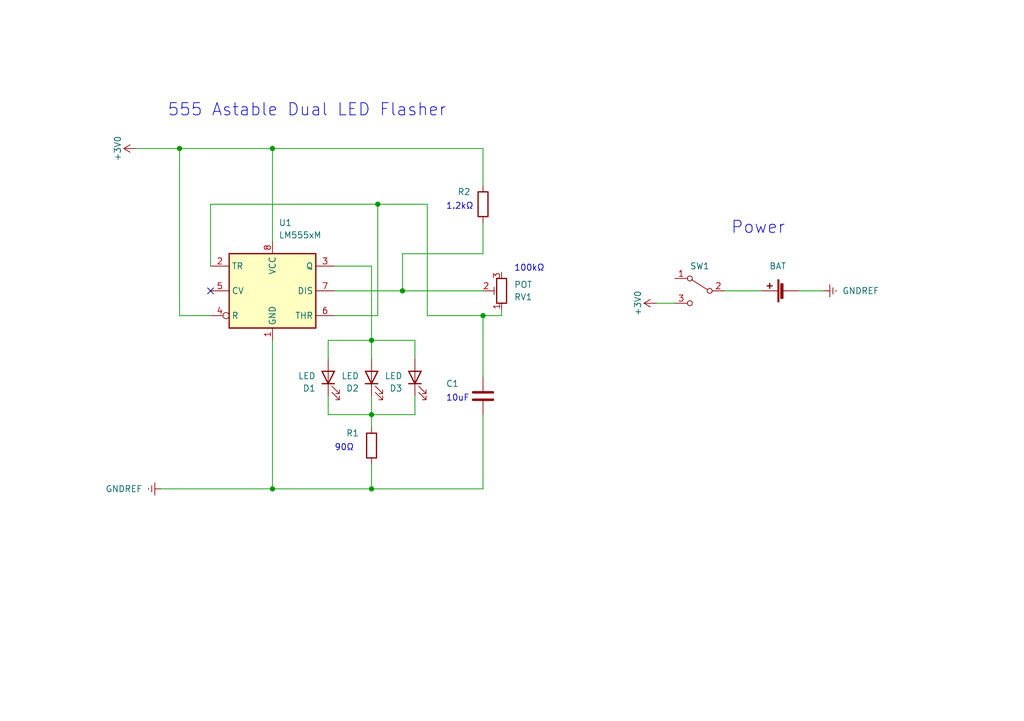
<source format=kicad_sch>
(kicad_sch (version 20230121) (generator eeschema)
  (paper "A5")
  (title_block (title "Plane 555 Astable Dual LED Flasher ") (date "2024-09-17") (company "Angelina Tsuboi"))
  (lib_symbols
    (symbol "Device:Battery_Cell" (pin_numbers hide) (pin_names (offset 0) hide)
      (property "Reference" "BT" (at 2.54 2.54 0))
      (property "Value" "Battery_Cell" (at 2.54 0 0))
      (symbol "Battery_Cell_0_1"
        (rectangle (start -2.286 1.778) (end 2.286 1.524) (fill (type outline)))
        (rectangle (start -1.5748 1.1938) (end 1.4732 0.6858) (fill (type outline)))
        (polyline (pts (xy 0 0.762) (xy 0 0)))
        (polyline (pts (xy 0 1.778) (xy 0 2.54)))
        (polyline (pts (xy 0.508 3.429) (xy 1.524 3.429)) (stroke (width 0.254)))
        (polyline (pts (xy 1.016 3.937) (xy 1.016 2.921)) (stroke (width 0.254)))
      )
      (symbol "Battery_Cell_1_1"
        (pin passive line (at 0 5.08 270) (length 2.54) (name "+") (number "1"))
        (pin passive line (at 0 -2.54 90) (length 2.54) (name "-") (number "2"))
      )
    )
    (symbol "Device:C" (pin_numbers hide) (pin_names (offset 0.254))
      (property "Reference" "C" (at 0.635 2.54 0))
      (property "Value" "C" (at 0.635 -2.54 0))
      (symbol "C_0_1"
        (polyline (pts (xy -2.032 -0.762) (xy 2.032 -0.762)) (stroke (width 0.508)))
        (polyline (pts (xy -2.032 0.762) (xy 2.032 0.762)) (stroke (width 0.508)))
      )
      (symbol "C_1_1"
        (pin passive line (at 0 3.81 270) (length 2.794) (name "~") (number "1"))
        (pin passive line (at 0 -3.81 90) (length 2.794) (name "~") (number "2"))
      )
    )
    (symbol "Device:LED" (pin_numbers hide) (pin_names (offset 1.016) hide)
      (property "Reference" "D" (at 0 2.54 0))
      (property "Value" "LED" (at 0 -2.54 0))
      (symbol "LED_0_1"
        (polyline (pts (xy -1.27 -1.27) (xy -1.27 1.27)) (stroke (width 0.254)))
        (polyline (pts (xy -1.27 0) (xy 1.27 0)))
        (polyline (pts (xy 1.27 -1.27) (xy 1.27 1.27) (xy -1.27 0) (xy 1.27 -1.27)) (stroke (width 0.254)))
        (polyline (pts (xy -3.048 -0.762) (xy -4.572 -2.286) (xy -3.81 -2.286) (xy -4.572 -2.286) (xy -4.572 -1.524)))
        (polyline (pts (xy -1.778 -0.762) (xy -3.302 -2.286) (xy -2.54 -2.286) (xy -3.302 -2.286) (xy -3.302 -1.524)))
      )
      (symbol "LED_1_1"
        (pin passive line (at -3.81 0 0) (length 2.54) (name "K") (number "1"))
        (pin passive line (at 3.81 0 180) (length 2.54) (name "A") (number "2"))
      )
    )
    (symbol "Device:R" (pin_numbers hide) (pin_names (offset 0))
      (property "Reference" "R" (at 2.032 0 90))
      (property "Value" "R" (at 0 0 90))
      (symbol "R_0_1"
        (rectangle (start -1.016 -2.54) (end 1.016 2.54) (stroke (width 0.254)))
      )
      (symbol "R_1_1"
        (pin passive line (at 0 3.81 270) (length 1.27) (name "~") (number "1"))
        (pin passive line (at 0 -3.81 90) (length 1.27) (name "~") (number "2"))
      )
    )
    (symbol "Device:R_Potentiometer_Trim" (pin_names (offset 1.016) hide)
      (property "Reference" "RV" (at -4.445 0 90))
      (property "Value" "R_Potentiometer_Trim" (at -2.54 0 90))
      (symbol "R_Potentiometer_Trim_0_1"
        (polyline (pts (xy 1.524 0.762) (xy 1.524 -0.762)))
        (polyline (pts (xy 2.54 0) (xy 1.524 0)))
        (rectangle (start 1.016 2.54) (end -1.016 -2.54) (stroke (width 0.254)))
      )
      (symbol "R_Potentiometer_Trim_1_1"
        (pin passive line (at 0 3.81 270) (length 1.27) (name "1") (number "1"))
        (pin passive line (at 3.81 0 180) (length 1.27) (name "2") (number "2"))
        (pin passive line (at 0 -3.81 90) (length 1.27) (name "3") (number "3"))
      )
    )
    (symbol "Switch:SW_SPDT" (pin_names (offset 0) hide)
      (property "Reference" "SW" (at 0 4.318 0))
      (property "Value" "SW_SPDT" (at 0 -5.08 0))
      (symbol "SW_SPDT_0_0"
        (circle (center -2.032 0) (radius 0.508))
        (circle (center 2.032 -2.54) (radius 0.508))
      )
      (symbol "SW_SPDT_0_1"
        (polyline (pts (xy -1.524 0.254) (xy 1.651 2.286)))
        (circle (center 2.032 2.54) (radius 0.508))
      )
      (symbol "SW_SPDT_1_1"
        (pin passive line (at 5.08 2.54 180) (length 2.54) (name "A") (number "1"))
        (pin passive line (at -5.08 0 0) (length 2.54) (name "B") (number "2"))
        (pin passive line (at 5.08 -2.54 180) (length 2.54) (name "C") (number "3"))
      )
    )
    (symbol "Timer:LM555xM"
      (property "Reference" "U" (at -10.16 8.89 0))
      (property "Value" "LM555xM" (at 2.54 8.89 0))
      (symbol "LM555xM_0_0"
        (pin power_in line (at 0 -10.16 90) (length 2.54) (name "GND") (number "1"))
        (pin power_in line (at 0 10.16 270) (length 2.54) (name "VCC") (number "8"))
      )
      (symbol "LM555xM_0_1"
        (rectangle (start -8.89 -7.62) (end 8.89 7.62) (stroke (width 0.254)) (fill (type background)))
        (rectangle (start -8.89 -7.62) (end 8.89 7.62) (stroke (width 0.254)) (fill (type background)))
      )
      (symbol "LM555xM_1_1"
        (pin input line (at -12.7 5.08 0) (length 3.81) (name "TR") (number "2"))
        (pin output line (at 12.7 5.08 180) (length 3.81) (name "Q") (number "3"))
        (pin input inverted (at -12.7 -5.08 0) (length 3.81) (name "R") (number "4"))
        (pin input line (at -12.7 0 0) (length 3.81) (name "CV") (number "5"))
        (pin input line (at 12.7 -5.08 180) (length 3.81) (name "THR") (number "6"))
        (pin input line (at 12.7 0 180) (length 3.81) (name "DIS") (number "7"))
      )
    )
    (symbol "power:+3V0" (power) (pin_names (offset 0))
      (property "Value" "+3V0" (at 0 3.556 0))
      (symbol "+3V0_0_1"
        (polyline (pts (xy -0.762 1.27) (xy 0 2.54)))
        (polyline (pts (xy 0 0) (xy 0 2.54)))
        (polyline (pts (xy 0 2.54) (xy 0.762 1.27)))
      )
      (symbol "+3V0_1_1"
        (pin power_in line (at 0 0 90) (length 0) hide (name "+3V0") (number "1"))
      )
    )
    (symbol "power:GNDREF" (power) (pin_names (offset 0))
      (property "Value" "GNDREF" (at 0 -3.81 0))
      (symbol "GNDREF_0_1"
        (polyline (pts (xy -0.635 -1.905) (xy 0.635 -1.905)))
        (polyline (pts (xy -0.127 -2.54) (xy 0.127 -2.54)))
        (polyline (pts (xy 0 -1.27) (xy 0 0)))
        (polyline (pts (xy 1.27 -1.27) (xy -1.27 -1.27)))
      )
      (symbol "GNDREF_1_1"
        (pin power_in line (at 0 0 270) (length 0) hide (name "GNDREF") (number "1"))
      )
    )
  )
  (junction (at 76.2 85.09))
  (junction (at 77.47 41.91))
  (junction (at 55.88 30.48))
  (junction (at 55.88 100.33))
  (junction (at 82.55 59.69))
  (junction (at 36.83 30.48))
  (junction (at 99.06 64.77))
  (junction (at 76.2 69.85))
  (junction (at 76.2 100.33))
  (no_connect (at 43.18 59.69))
  (wire (pts (xy 67.31 85.09) (xy 76.2 85.09)))
  (wire (pts (xy 76.2 54.61) (xy 68.58 54.61)))
  (wire (pts (xy 76.2 69.85) (xy 85.09 69.85)))
  (wire (pts (xy 134.62 62.23) (xy 138.43 62.23)))
  (wire (pts (xy 99.06 100.33) (xy 99.06 85.09)))
  (wire (pts (xy 76.2 95.25) (xy 76.2 100.33)))
  (wire (pts (xy 85.09 69.85) (xy 85.09 73.66)))
  (wire (pts (xy 85.09 81.28) (xy 85.09 85.09)))
  (wire (pts (xy 102.87 64.77) (xy 102.87 63.5)))
  (wire (pts (xy 99.06 45.72) (xy 99.06 52.07)))
  (wire (pts (xy 67.31 81.28) (xy 67.31 85.09)))
  (wire (pts (xy 76.2 73.66) (xy 76.2 69.85)))
  (wire (pts (xy 87.63 64.77) (xy 99.06 64.77)))
  (wire (pts (xy 67.31 69.85) (xy 67.31 73.66)))
  (wire (pts (xy 82.55 52.07) (xy 99.06 52.07)))
  (wire (pts (xy 99.06 64.77) (xy 99.06 77.47)))
  (wire (pts (xy 68.58 59.69) (xy 82.55 59.69)))
  (wire (pts (xy 77.47 41.91) (xy 87.63 41.91)))
  (wire (pts (xy 76.2 69.85) (xy 67.31 69.85)))
  (wire (pts (xy 68.58 64.77) (xy 77.47 64.77)))
  (wire (pts (xy 99.06 38.1) (xy 99.06 30.48)))
  (wire (pts (xy 99.06 64.77) (xy 102.87 64.77)))
  (wire (pts (xy 55.88 69.85) (xy 55.88 100.33)))
  (wire (pts (xy 76.2 81.28) (xy 76.2 85.09)))
  (wire (pts (xy 55.88 30.48) (xy 36.83 30.48)))
  (wire (pts (xy 77.47 64.77) (xy 77.47 41.91)))
  (wire (pts (xy 27.94 30.48) (xy 36.83 30.48)))
  (wire (pts (xy 43.18 54.61) (xy 43.18 41.91)))
  (wire (pts (xy 82.55 59.69) (xy 82.55 52.07)))
  (wire (pts (xy 99.06 30.48) (xy 55.88 30.48)))
  (wire (pts (xy 76.2 100.33) (xy 55.88 100.33)))
  (wire (pts (xy 76.2 69.85) (xy 76.2 54.61)))
  (wire (pts (xy 43.18 41.91) (xy 77.47 41.91)))
  (wire (pts (xy 33.02 100.33) (xy 55.88 100.33)))
  (wire (pts (xy 76.2 85.09) (xy 85.09 85.09)))
  (wire (pts (xy 163.83 59.69) (xy 168.91 59.69)))
  (wire (pts (xy 148.59 59.69) (xy 156.21 59.69)))
  (wire (pts (xy 36.83 64.77) (xy 43.18 64.77)))
  (wire (pts (xy 99.06 100.33) (xy 76.2 100.33)))
  (wire (pts (xy 82.55 59.69) (xy 99.06 59.69)))
  (wire (pts (xy 76.2 87.63) (xy 76.2 85.09)))
  (wire (pts (xy 55.88 30.48) (xy 55.88 49.53)))
  (wire (pts (xy 36.83 30.48) (xy 36.83 64.77)))
  (wire (pts (xy 87.63 41.91) (xy 87.63 64.77)))
  (text "100kΩ" (at 105.41 55.88 0) (effects (font (size 1.27 1.27)) (justify left bottom)))
  (text "555 Astable Dual LED Flasher\n" (at 34.29 24.13 0) (effects (font (size 2.5 2.5)) (justify left bottom)))
  (text "Power\n" (at 149.86 48.26 0) (effects (font (size 2.5 2.5)) (justify left bottom)))
  (text "10uF\n" (at 91.44 82.55 0) (effects (font (size 1.27 1.27)) (justify left bottom)))
  (text "90Ω" (at 68.58 92.71 0) (effects (font (size 1.27 1.27)) (justify left bottom)))
  (text "1.2kΩ" (at 91.44 43.18 0) (effects (font (size 1.27 1.27)) (justify left bottom)))
  (symbol (lib_id "power:+3V0") (at 27.94 30.48 90) (unit 1)
    (property "Reference" "#PWR01" (effects hide))
    (property "Value" "+3V0" (at 24.13 30.48 0))
  )
  (symbol (lib_id "Timer:LM555xM") (at 55.88 59.69 0) (unit 1)
    (property "Reference" "U1" (at 57.15 45.72 0) (effects (justify left)))
    (property "Value" "LM555xM" (at 57.15 48.26 0) (effects (justify left)))
    (property "Footprint" "Package_DIP:DIP-8_W7.62mm" (effects hide))
    (property "Datasheet" "http://www.ti.com/lit/ds/symlink/lm555.pdf" (effects hide))
  )
  (symbol (lib_id "power:GNDREF") (at 33.02 100.33 270) (unit 1)
    (property "Reference" "#PWR02" (effects hide))
    (property "Value" "GNDREF" (at 29.21 100.33 90) (effects (justify right)))
  )
  (symbol (lib_id "Device:R_Potentiometer_Trim") (at 102.87 59.69 180) (unit 1)
    (property "Reference" "RV1" (at 105.41 60.96 0) (effects (justify right)))
    (property "Value" "POT" (at 105.41 58.42 0) (effects (justify right)))
    (property "Footprint" "Potentiometer_THT:Potentiometer_Bourns_3386P_Vertical" (effects hide))
  )
  (symbol (lib_id "power:+3V0") (at 134.62 62.23 90) (unit 1)
    (property "Reference" "#PWR03" (effects hide))
    (property "Value" "+3V0" (at 130.81 62.23 0))
  )
  (symbol (lib_id "Device:LED") (at 76.2 77.47 90) (unit 1)
    (property "Reference" "D2" (at 73.66 79.6925 90) (effects (justify left)))
    (property "Value" "LED" (at 73.66 77.1525 90) (effects (justify left)))
    (property "Footprint" "LED_THT:LED_D3.0mm" (effects hide))
  )
  (symbol (lib_id "Device:R") (at 99.06 41.91 180) (unit 1)
    (property "Reference" "R2" (at 96.52 39.37 0) (effects (justify left)))
    (property "Value" "100k ohm" (effects hide))
    (property "Footprint" "Resistor_THT:R_Axial_DIN0207_L6.3mm_D2.5mm_P7.62mm_Horizontal" (effects hide))
  )
  (symbol (lib_id "Switch:SW_SPDT") (at 143.51 59.69 0) (mirror y) (unit 1)
    (property "Reference" "SW1" (at 143.51 54.61 0))
    (property "Value" "SW_SPDT" (effects hide))
    (property "Footprint" "Button_Switch_THT:Schiebeschalter_SS-12D00" (effects hide))
  )
  (symbol (lib_id "Device:R") (at 76.2 91.44 180) (unit 1)
    (property "Reference" "R1" (at 73.66 88.9 0) (effects (justify left)))
    (property "Value" "100k ohm" (effects hide))
    (property "Footprint" "Resistor_THT:R_Axial_DIN0207_L6.3mm_D2.5mm_P7.62mm_Horizontal" (effects hide))
  )
  (symbol (lib_id "Device:Battery_Cell") (at 161.29 59.69 90) (unit 1)
    (property "Reference" "BT1" (effects hide))
    (property "Value" "BAT" (at 161.29 54.61 90) (effects (justify left)))
    (property "Footprint" "Battery:BatteryHolder_Keystone_1060_1x2032" (effects hide))
  )
  (symbol (lib_id "power:GNDREF") (at 168.91 59.69 90) (unit 1)
    (property "Reference" "#PWR04" (effects hide))
    (property "Value" "GNDREF" (at 172.72 59.69 90) (effects (justify right)))
  )
  (symbol (lib_id "Device:LED") (at 67.31 77.47 90) (unit 1)
    (property "Reference" "D1" (at 64.77 79.6925 90) (effects (justify left)))
    (property "Value" "LED" (at 64.77 77.1525 90) (effects (justify left)))
    (property "Footprint" "LED_THT:LED_D3.0mm_Horizontal_O1.27mm_Z2.0mm" (effects hide))
  )
  (symbol (lib_id "Device:LED") (at 85.09 77.47 90) (unit 1)
    (property "Reference" "D3" (at 82.55 79.6925 90) (effects (justify left)))
    (property "Value" "LED" (at 82.55 77.1525 90) (effects (justify left)))
    (property "Footprint" "LED_THT:LED_D3.0mm" (effects hide))
  )
  (symbol (lib_id "Device:C") (at 99.06 81.28 0) (unit 1)
    (property "Reference" "C1" (at 91.44 78.74 0) (effects (justify left)))
    (property "Value" "C" (effects hide))
    (property "Footprint" "Capacitor_THT:CP_Radial_D5.0mm_P2.00mm" (effects hide))
  )
)
</source>
